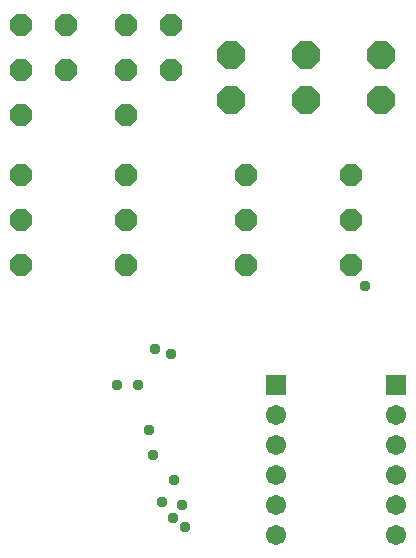
<source format=gbr>
G04 EAGLE Gerber X2 export*
%TF.Part,Single*%
%TF.FileFunction,Soldermask,Bot,1*%
%TF.FilePolarity,Negative*%
%TF.GenerationSoftware,Autodesk,EAGLE,8.6.0*%
%TF.CreationDate,2018-03-06T10:54:34Z*%
G75*
%MOMM*%
%FSLAX34Y34*%
%LPD*%
%AMOC8*
5,1,8,0,0,1.08239X$1,22.5*%
G01*
%ADD10P,2.556822X8X22.500000*%
%ADD11P,1.951982X8X22.500000*%
%ADD12R,1.711200X1.711200*%
%ADD13C,1.711200*%
%ADD14C,0.959600*%


D10*
X342900Y508000D03*
X215900Y469900D03*
X215900Y508000D03*
X279400Y469900D03*
D11*
X38100Y533400D03*
X38100Y495300D03*
X317500Y368300D03*
X127000Y330200D03*
X228600Y330200D03*
X317500Y330200D03*
X38100Y330200D03*
D10*
X279400Y508000D03*
D11*
X127000Y457200D03*
X127000Y533400D03*
X228600Y406400D03*
D10*
X342900Y469900D03*
D11*
X127000Y495300D03*
X165100Y533400D03*
X317500Y406400D03*
X228600Y368300D03*
D12*
X355600Y228600D03*
D13*
X355600Y203200D03*
X355600Y177800D03*
X355600Y152400D03*
X355600Y127000D03*
X355600Y101600D03*
D12*
X254000Y228600D03*
D13*
X254000Y203200D03*
X254000Y177800D03*
X254000Y152400D03*
X254000Y127000D03*
X254000Y101600D03*
D11*
X38100Y457200D03*
X76200Y533400D03*
X38100Y368300D03*
X127000Y368300D03*
X76200Y495300D03*
X38100Y406400D03*
X127000Y406400D03*
X165100Y495300D03*
D14*
X166116Y115824D03*
X156972Y129540D03*
X118872Y228600D03*
X176784Y108204D03*
X167640Y147828D03*
X173736Y126492D03*
X329184Y312420D03*
X137160Y228600D03*
X149352Y169164D03*
X150876Y259080D03*
X164592Y254508D03*
X146304Y190500D03*
M02*

</source>
